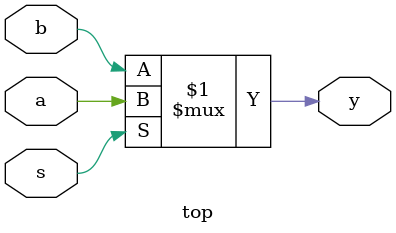
<source format=v>
module top(...);
    input a, b, s;
    output y;
    assign y = s?a:b;
endmodule

</source>
